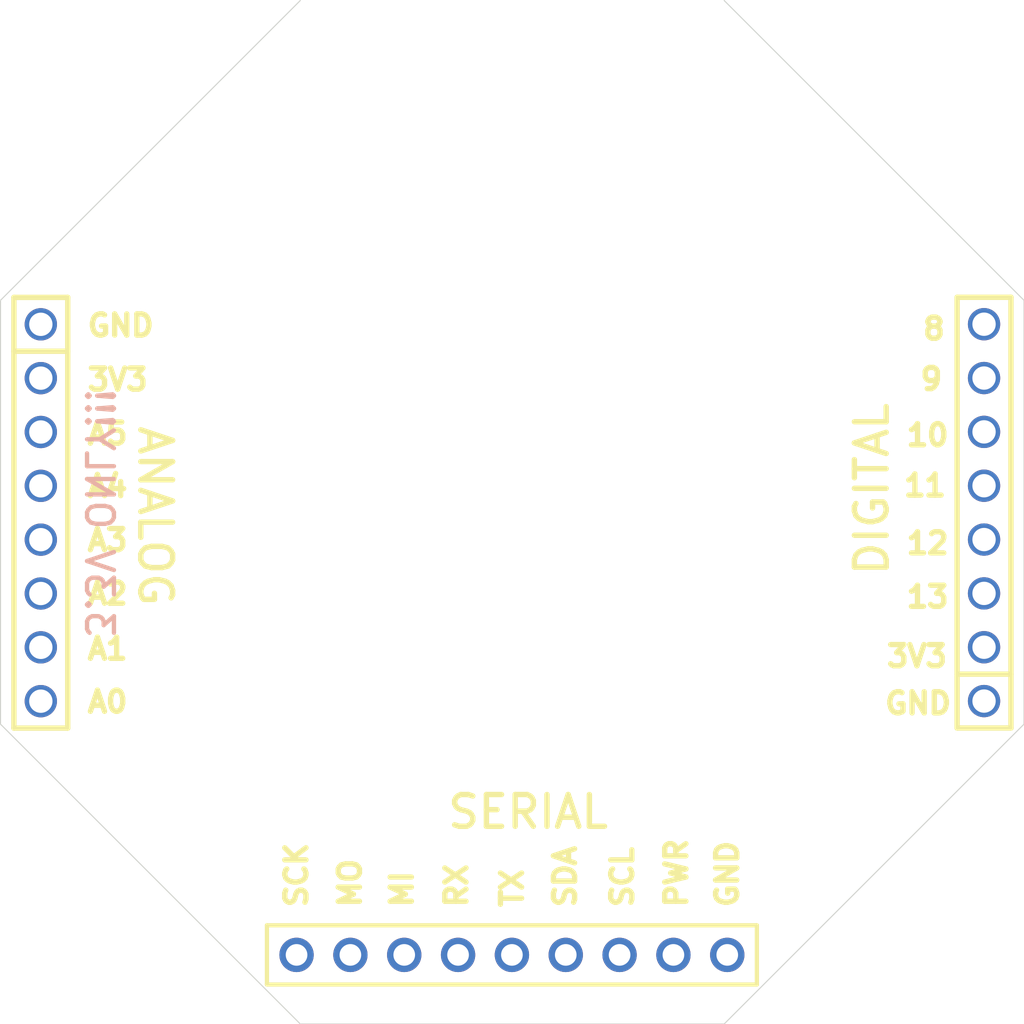
<source format=kicad_pcb>
(kicad_pcb (version 20241229) (generator "pcbnew") (generator_version "9.0")
  (title_block (title "tinyCore HAT by CopperPilot.ai") (date "2025-11-14") (company "CopperPilot.ai & tinyCore"))
  (layers (0 "F.Cu" signal "Top Copper") (4 "In1.Cu" signal "Signal Layer 1") (6 "In2.Cu" signal "Signal Layer 2") (2 "B.Cu" signal "Bottom Copper") (13 "F.Paste" user "Top Paste") (15 "B.Paste" user "Bottom Paste") (5 "F.SilkS" user "Top Overlay") (7 "B.SilkS" user "Bottom Overlay") (1 "F.Mask" user "Top Mask") (3 "B.Mask" user "Bottom Mask") (25 "Edge.Cuts" user))
  (property "SHEETTOTAL" "4")
  (net 0 "")
  (net 1 "/<NO NET>")
  (net 2 "/A5")
  (net 3 "/A1")
  (net 4 "/A2")
  (net 5 "/A3")
  (net 6 "/A4")
  (net 7 "/D11")
  (net 8 "/D12")
  (net 9 "3V3")
  (net 10 "/D10")
  (net 11 "/D9")
  (net 12 "/D13")
  (net 13 "/D8")
  (net 14 "/SCK")
  (net 15 "/SDA")
  (net 16 "/VSENSOR")
  (net 17 "/SCL")
  (net 18 "/MISO")
  (net 19 "/TX")
  (net 20 "/MOSI")
  (net 21 "/RX")
  (net 22 "GND")
  (footprint "ECEN5730Lib_2023_05_DS (2):8_PIN_100MIL - Female" (layer "F.Cu") (at 126.259995 96.137275 -90)
    (property "Reference" "J2" (hide yes))
    (property "Value" "PPTC081LFBN-RC" (hide yes))
    (fp_line (start -1.27 1.27) (end -1.27 -1.27) (stroke (width 0.254)) (layer "F.SilkS"))
    (fp_line (start 1.27 1.27) (end 1.27 -1.27) (stroke (width 0.254)) (layer "F.SilkS"))
    (fp_line (start 19.05 1.27) (end -1.27 1.27) (stroke (width 0.254)) (layer "F.SilkS"))
    (fp_line (start 19.05 1.27) (end 19.05 -1.27) (stroke (width 0.254)) (layer "F.SilkS"))
    (fp_line (start 19.05 -1.27) (end -1.27 -1.27) (stroke (width 0.254)) (layer "F.SilkS"))
    (pad "1" thru_hole circle (at 0 0 90) (size 1.524 1.524) (drill 1.1) (layers "*.Cu" "*.Mask") (net 22 "GND"))
    (pad "2" thru_hole circle (at 2.54 0 90) (size 1.524 1.524) (drill 1.1) (layers "*.Cu" "*.Mask") (net 9 "3V3"))
    (pad "3" thru_hole circle (at 5.08 0 90) (size 1.524 1.524) (drill 1.1) (layers "*.Cu" "*.Mask") (net 2 "/A5"))
    (pad "4" thru_hole circle (at 7.62 0 90) (size 1.524 1.524) (drill 1.1) (layers "*.Cu" "*.Mask") (net 6 "/A4"))
    (pad "5" thru_hole circle (at 10.16 0 90) (size 1.524 1.524) (drill 1.1) (layers "*.Cu" "*.Mask") (net 5 "/A3"))
    (pad "6" thru_hole circle (at 12.7 0 90) (size 1.524 1.524) (drill 1.1) (layers "*.Cu" "*.Mask") (net 4 "/A2"))
    (pad "7" thru_hole circle (at 15.24 0 90) (size 1.524 1.524) (drill 1.1) (layers "*.Cu" "*.Mask") (net 3 "/A1"))
    (pad "8" thru_hole circle (at 17.78 0 90) (size 1.524 1.524) (drill 1.1) (layers "*.Cu" "*.Mask") (net 1 "/<NO NET>"))
  )
  (footprint "ECEN5730Lib_2023_05_DS (2):JM-9_HTSW-109-07-X-S" (layer "F.Cu") (at 148.484995 125.887275)
    (property "Reference" "J4" (hide yes))
    (property "Value" "HTSW-109-07-X-SJ" (hide yes))
    (fp_line (start -11.557 -1.397) (end 11.557 -1.397) (stroke (width 0.1999)) (layer "F.SilkS"))
    (fp_line (start -11.557 1.397) (end -11.557 -1.397) (stroke (width 0.1999)) (layer "F.SilkS"))
    (fp_line (start -11.557 1.397) (end 11.557 1.397) (stroke (width 0.1999)) (layer "F.SilkS"))
    (fp_line (start 11.557 1.397) (end 11.557 -1.397) (stroke (width 0.1999)) (layer "F.SilkS"))
    (pad "1" thru_hole circle (at -10.16 0) (size 1.62001 1.62001) (drill 1.02006) (layers "*.Cu" "*.Mask") (net 14 "/SCK"))
    (pad "2" thru_hole circle (at -7.62 0) (size 1.62001 1.62001) (drill 1.02006) (layers "*.Cu" "*.Mask") (net 20 "/MOSI"))
    (pad "3" thru_hole circle (at -5.08 0) (size 1.62001 1.62001) (drill 1.02006) (layers "*.Cu" "*.Mask") (net 18 "/MISO"))
    (pad "4" thru_hole circle (at -2.54 0) (size 1.62001 1.62001) (drill 1.02006) (layers "*.Cu" "*.Mask") (net 21 "/RX"))
    (pad "5" thru_hole circle (at 0 0) (size 1.62001 1.62001) (drill 1.02006) (layers "*.Cu" "*.Mask") (net 19 "/TX"))
    (pad "6" thru_hole circle (at 2.54 0) (size 1.62001 1.62001) (drill 1.02006) (layers "*.Cu" "*.Mask") (net 15 "/SDA"))
    (pad "7" thru_hole circle (at 5.08 0) (size 1.62001 1.62001) (drill 1.02006) (layers "*.Cu" "*.Mask") (net 17 "/SCL"))
    (pad "8" thru_hole circle (at 7.62 0) (size 1.62001 1.62001) (drill 1.02006) (layers "*.Cu" "*.Mask") (net 16 "/VSENSOR"))
    (pad "9" thru_hole circle (at 10.16 0) (size 1.62001 1.62001) (drill 1.02006) (layers "*.Cu" "*.Mask") (net 22 "GND"))
  )
  (footprint "ECEN5730Lib_2023_05_DS (2):8_PIN_100MIL - Female" (layer "F.Cu") (at 170.759995 113.912275 90)
    (property "Reference" "J3" (hide yes))
    (property "Value" "PPTC081LFBN-RC" (hide yes))
    (fp_line (start 19.05 -1.27) (end 19.05 1.27) (stroke (width 0.254)) (layer "F.SilkS"))
    (fp_line (start 1.27 -1.27) (end 1.27 1.27) (stroke (width 0.254)) (layer "F.SilkS"))
    (fp_line (start -1.27 -1.27) (end 19.05 -1.27) (stroke (width 0.254)) (layer "F.SilkS"))
    (fp_line (start -1.27 -1.27) (end -1.27 1.27) (stroke (width 0.254)) (layer "F.SilkS"))
    (fp_line (start -1.27 1.27) (end 19.05 1.27) (stroke (width 0.254)) (layer "F.SilkS"))
    (pad "1" thru_hole circle (at 0 0 270) (size 1.524 1.524) (drill 1.1) (layers "*.Cu" "*.Mask") (net 22 "GND"))
    (pad "2" thru_hole circle (at 2.54 0 270) (size 1.524 1.524) (drill 1.1) (layers "*.Cu" "*.Mask") (net 9 "3V3"))
    (pad "3" thru_hole circle (at 5.08 0 270) (size 1.524 1.524) (drill 1.1) (layers "*.Cu" "*.Mask") (net 12 "/D13"))
    (pad "4" thru_hole circle (at 7.62 0 270) (size 1.524 1.524) (drill 1.1) (layers "*.Cu" "*.Mask") (net 8 "/D12"))
    (pad "5" thru_hole circle (at 10.16 0 270) (size 1.524 1.524) (drill 1.1) (layers "*.Cu" "*.Mask") (net 7 "/D11"))
    (pad "6" thru_hole circle (at 12.7 0 270) (size 1.524 1.524) (drill 1.1) (layers "*.Cu" "*.Mask") (net 10 "/D10"))
    (pad "7" thru_hole circle (at 15.24 0 270) (size 1.524 1.524) (drill 1.1) (layers "*.Cu" "*.Mask") (net 11 "/D9"))
    (pad "8" thru_hole circle (at 17.78 0 270) (size 1.524 1.524) (drill 1.1) (layers "*.Cu" "*.Mask") (net 13 "/D8"))
  )
  (gr_line (start 158.501105 129.145735) (end 138.501105 129.145735) (stroke (width 0.05)) (layer "Edge.Cuts"))
  (gr_line (start 124.358965 115.003595) (end 124.358965 95.003595) (stroke (width 0.05)) (layer "Edge.Cuts"))
  (gr_line (start 138.501105 129.145735) (end 124.358965 115.003595) (stroke (width 0.05)) (layer "Edge.Cuts"))
  (gr_line (start 172.643235 95.003595) (end 172.643235 115.003595) (stroke (width 0.05)) (layer "Edge.Cuts"))
  (gr_line (start 124.358965 95.003595) (end 138.501105 80.861465) (stroke (width 0.05)) (layer "Edge.Cuts"))
  (gr_line (start 158.501105 80.861465) (end 172.643235 95.003595) (stroke (width 0.05)) (layer "Edge.Cuts"))
  (gr_line (start 172.643235 115.003595) (end 158.501105 129.145735) (stroke (width 0.05)) (layer "Edge.Cuts"))
  (gr_text "A1" (at 128.338995 112.030775 0) (layer "F.SilkS") (effects (font (size 1 1) (thickness 0.254)) (justify left bottom)))
  (gr_text "PWR" (at 156.828495 123.758275 90) (layer "F.SilkS") (effects (font (size 1 1) (thickness 0.254)) (justify left bottom)))
  (gr_text "DIGITAL" (at 166.339745 99.708275 90) (layer "F.SilkS") (effects (font (size 1.5 1.5) (thickness 0.254)) (justify right bottom)))
  (gr_text "A5" (at 128.338995 101.880775 0) (layer "F.SilkS") (effects (font (size 1 1) (thickness 0.254)) (justify left bottom)))
  (gr_text "GND" (at 169.339005 114.605775 0) (layer "F.SilkS") (effects (font (size 1 1) (thickness 0.254)) (justify right bottom)))
  (gr_text "10" (at 169.213995 101.955775 0) (layer "F.SilkS") (effects (font (size 1 1) (thickness 0.254)) (justify right bottom)))
  (gr_text "GND" (at 159.228495 123.758275 90) (layer "F.SilkS") (effects (font (size 1 1) (thickness 0.254)) (justify left bottom)))
  (gr_text "3V3" (at 169.137675 112.380775 0) (layer "F.SilkS") (effects (font (size 1 1) (thickness 0.254)) (justify right bottom)))
  (gr_text "SDA" (at 151.578495 123.758275 90) (layer "F.SilkS") (effects (font (size 1 1) (thickness 0.254)) (justify left bottom)))
  (gr_text "A4" (at 128.338995 104.355775 0) (layer "F.SilkS") (effects (font (size 1 1) (thickness 0.254)) (justify left bottom)))
  (gr_text "ANALOG" (at 130.780245 109.566275 270) (layer "F.SilkS") (effects (font (size 1.5 1.5) (thickness 0.254)) (justify right bottom)))
  (gr_text "A3" (at 128.338995 106.905775 0) (layer "F.SilkS") (effects (font (size 1 1) (thickness 0.254)) (justify left bottom)))
  (gr_text "A0" (at 128.338995 114.530775 0) (layer "F.SilkS") (effects (font (size 1 1) (thickness 0.254)) (justify left bottom)))
  (gr_text "SCK" (at 138.903495 123.758275 90) (layer "F.SilkS") (effects (font (size 1 1) (thickness 0.254)) (justify left bottom)))
  (gr_text "SERIAL" (at 153.163995 120.017025 360) (layer "F.SilkS") (effects (font (size 1.5 1.5) (thickness 0.254)) (justify right bottom)))
  (gr_text "3V3" (at 128.338995 99.330775 0) (layer "F.SilkS") (effects (font (size 1 1) (thickness 0.254)) (justify left bottom)))
  (gr_text "SCL" (at 154.278495 123.758275 90) (layer "F.SilkS") (effects (font (size 1 1) (thickness 0.254)) (justify left bottom)))
  (gr_text "RX" (at 146.453495 123.758275 90) (layer "F.SilkS") (effects (font (size 1 1) (thickness 0.254)) (justify left bottom)))
  (gr_text "11" (at 169.088995 104.330775 0) (layer "F.SilkS") (effects (font (size 1 1) (thickness 0.254)) (justify right bottom)))
  (gr_text "8" (at 169.037665 96.930775 0) (layer "F.SilkS") (effects (font (size 1 1) (thickness 0.254)) (justify right bottom)))
  (gr_text "13" (at 169.212665 109.580775 0) (layer "F.SilkS") (effects (font (size 1 1) (thickness 0.254)) (justify right bottom)))
  (gr_text "A2" (at 128.340185 109.430775 0) (layer "F.SilkS") (effects (font (size 1 1) (thickness 0.254)) (justify left bottom)))
  (gr_text "TX" (at 149.078495 123.758275 90) (layer "F.SilkS") (effects (font (size 1 1) (thickness 0.254)) (justify left bottom)))
  (gr_text "12" (at 169.213995 107.055775 0) (layer "F.SilkS") (effects (font (size 1 1) (thickness 0.254)) (justify right bottom)))
  (gr_text "MI" (at 143.878495 123.758275 90) (layer "F.SilkS") (effects (font (size 1 1) (thickness 0.254)) (justify left bottom)))
  (gr_text "9" (at 168.912665 99.305775 0) (layer "F.SilkS") (effects (font (size 1 1) (thickness 0.254)) (justify right bottom)))
  (gr_text "GND" (at 128.340185 96.780775 0) (layer "F.SilkS") (effects (font (size 1 1) (thickness 0.254)) (justify left bottom)))
  (gr_text "MO" (at 141.428495 123.758275 90) (layer "F.SilkS") (effects (font (size 1 1) (thickness 0.254)) (justify left bottom)))
  (gr_text_box "3.3V ONLY!!!" (start 129.709995 97.396655) (end 127.109995 112.677905) (margins 0 0 0 0) (angle 270) (layer "B.SilkS") (effects (font (size 1.27 1.27) (thickness 0.2032)) (justify top mirror)) (border no) (stroke (width 0.1)))
)
</source>
